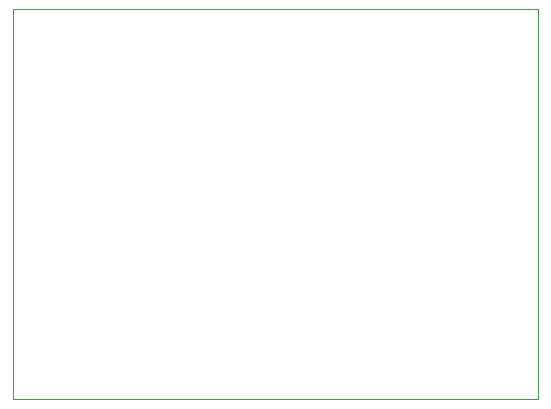
<source format=gko>
G75*
%MOIN*%
%OFA0B0*%
%FSLAX24Y24*%
%IPPOS*%
%LPD*%
%AMOC8*
5,1,8,0,0,1.08239X$1,22.5*
%
%ADD10C,0.0000*%
D10*
X001650Y000180D02*
X001650Y013180D01*
X019150Y013180D01*
X019150Y000180D01*
X001650Y000180D01*
M02*

</source>
